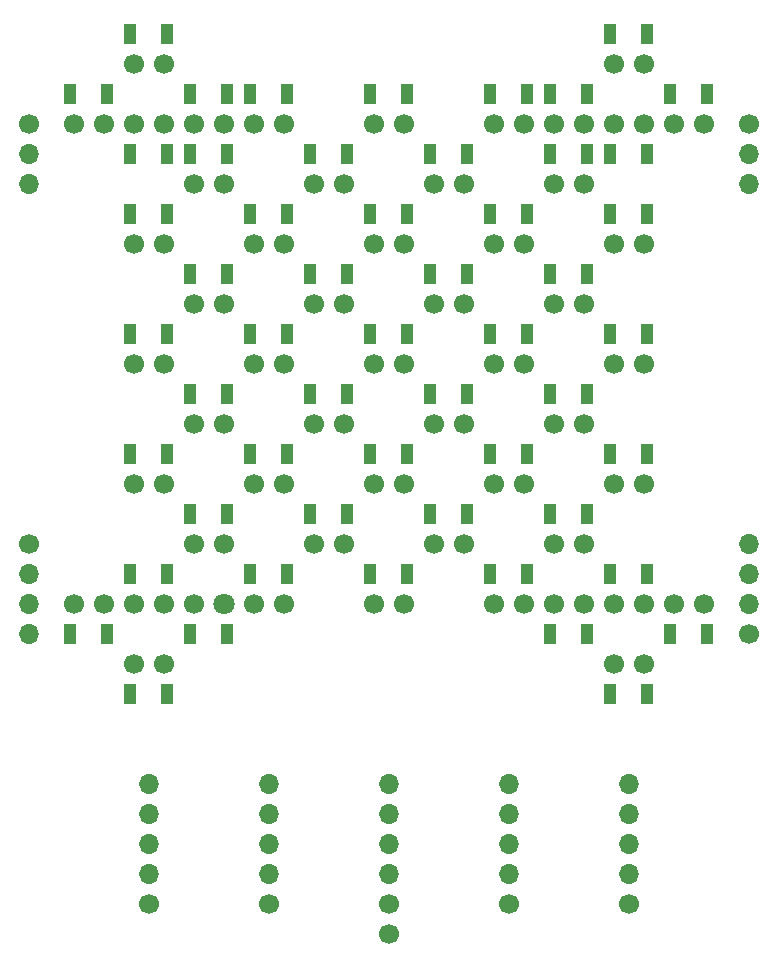
<source format=gts>
%TF.GenerationSoftware,KiCad,Pcbnew,(5.1.8)-1*%
%TF.CreationDate,2021-03-06T21:23:55+09:00*%
%TF.ProjectId,line_sensor,6c696e65-5f73-4656-9e73-6f722e6b6963,rev?*%
%TF.SameCoordinates,PX94c5f00PY876bf80*%
%TF.FileFunction,Soldermask,Top*%
%TF.FilePolarity,Negative*%
%FSLAX46Y46*%
G04 Gerber Fmt 4.6, Leading zero omitted, Abs format (unit mm)*
G04 Created by KiCad (PCBNEW (5.1.8)-1) date 2021-03-06 21:23:55*
%MOMM*%
%LPD*%
G01*
G04 APERTURE LIST*
%ADD10C,1.700000*%
%ADD11O,1.700000X1.700000*%
%ADD12C,1.800000*%
%ADD13R,1.050000X1.800000*%
G04 APERTURE END LIST*
D10*
%TO.C,J8*%
X56320000Y12280000D03*
D11*
X56320000Y14820000D03*
X56320000Y17360000D03*
X56320000Y19900000D03*
X56320000Y22440000D03*
%TD*%
D10*
%TO.C,J7*%
X46160000Y12280000D03*
D11*
X46160000Y14820000D03*
X46160000Y17360000D03*
X46160000Y19900000D03*
X46160000Y22440000D03*
%TD*%
D10*
%TO.C,J1*%
X36000000Y9740000D03*
%TD*%
%TO.C,J6*%
X36000000Y12280000D03*
D11*
X36000000Y14820000D03*
X36000000Y17360000D03*
X36000000Y19900000D03*
X36000000Y22440000D03*
%TD*%
%TO.C,J5*%
X25840000Y22440000D03*
X25840000Y19900000D03*
X25840000Y17360000D03*
X25840000Y14820000D03*
D10*
X25840000Y12280000D03*
%TD*%
%TO.C,J2*%
X15680000Y12280000D03*
D11*
X15680000Y14820000D03*
X15680000Y17360000D03*
X15680000Y19900000D03*
X15680000Y22440000D03*
%TD*%
D10*
%TO.C,J3*%
X66480000Y35140000D03*
D11*
X66480000Y37680000D03*
X66480000Y40220000D03*
X66480000Y42760000D03*
%TD*%
%TO.C,J4*%
X5520000Y35140000D03*
X5520000Y37680000D03*
X5520000Y40220000D03*
D10*
X5520000Y42760000D03*
%TD*%
D11*
%TO.C,J9*%
X5520000Y73240000D03*
X5520000Y75780000D03*
D10*
X5520000Y78320000D03*
%TD*%
%TO.C,Q1*%
X14410000Y78320000D03*
X16950000Y78320000D03*
%TD*%
%TO.C,Q2*%
X14410000Y68160000D03*
X16950000Y68160000D03*
%TD*%
%TO.C,Q3*%
X14410000Y58000000D03*
X16950000Y58000000D03*
%TD*%
%TO.C,Q4*%
X14410000Y47840000D03*
X16950000Y47840000D03*
%TD*%
%TO.C,Q5*%
X14410000Y37680000D03*
X16950000Y37680000D03*
%TD*%
%TO.C,Q6*%
X24570000Y78320000D03*
X27110000Y78320000D03*
%TD*%
%TO.C,Q7*%
X24570000Y68160000D03*
X27110000Y68160000D03*
%TD*%
%TO.C,Q8*%
X24570000Y58000000D03*
X27110000Y58000000D03*
%TD*%
%TO.C,Q9*%
X24570000Y47840000D03*
X27110000Y47840000D03*
%TD*%
%TO.C,Q10*%
X24570000Y37680000D03*
X27110000Y37680000D03*
%TD*%
%TO.C,Q11*%
X34730000Y78320000D03*
X37270000Y78320000D03*
%TD*%
%TO.C,Q12*%
X34730000Y68160000D03*
X37270000Y68160000D03*
%TD*%
%TO.C,Q13*%
X34730000Y58000000D03*
X37270000Y58000000D03*
%TD*%
%TO.C,Q14*%
X34730000Y47840000D03*
X37270000Y47840000D03*
%TD*%
%TO.C,Q15*%
X34730000Y37680000D03*
X37270000Y37680000D03*
%TD*%
%TO.C,Q16*%
X44890000Y78320000D03*
X47430000Y78320000D03*
%TD*%
%TO.C,Q17*%
X44890000Y68160000D03*
X47430000Y68160000D03*
%TD*%
%TO.C,Q18*%
X44890000Y58000000D03*
X47430000Y58000000D03*
%TD*%
%TO.C,Q19*%
X44890000Y47840000D03*
X47430000Y47840000D03*
%TD*%
%TO.C,Q20*%
X44890000Y37680000D03*
X47430000Y37680000D03*
%TD*%
%TO.C,Q21*%
X55050000Y78320000D03*
X57590000Y78320000D03*
%TD*%
%TO.C,Q22*%
X55050000Y68160000D03*
X57590000Y68160000D03*
%TD*%
%TO.C,Q23*%
X55050000Y58000000D03*
X57590000Y58000000D03*
%TD*%
%TO.C,Q24*%
X55050000Y47840000D03*
X57590000Y47840000D03*
%TD*%
%TO.C,Q25*%
X55050000Y37680000D03*
X57590000Y37680000D03*
%TD*%
%TO.C,J10*%
X66480000Y78320000D03*
D11*
X66480000Y75780000D03*
X66480000Y73240000D03*
%TD*%
D10*
%TO.C,D1*%
X19490000Y73240000D03*
X22030000Y73240000D03*
%TD*%
%TO.C,D2*%
X22030000Y63080000D03*
X19490000Y63080000D03*
%TD*%
%TO.C,D3*%
X22030000Y52920000D03*
X19490000Y52920000D03*
%TD*%
%TO.C,D4*%
X19490000Y42760000D03*
X22030000Y42760000D03*
%TD*%
%TO.C,D5*%
X29650000Y73240000D03*
X32190000Y73240000D03*
%TD*%
%TO.C,D6*%
X32190000Y63080000D03*
X29650000Y63080000D03*
%TD*%
%TO.C,D7*%
X29650000Y52920000D03*
X32190000Y52920000D03*
%TD*%
%TO.C,D8*%
X32190000Y42760000D03*
X29650000Y42760000D03*
%TD*%
%TO.C,D9*%
X39810000Y73240000D03*
X42350000Y73240000D03*
%TD*%
%TO.C,D10*%
X39810000Y63080000D03*
X42350000Y63080000D03*
%TD*%
%TO.C,D11*%
X42350000Y52920000D03*
X39810000Y52920000D03*
%TD*%
%TO.C,D12*%
X39810000Y42760000D03*
X42350000Y42760000D03*
%TD*%
%TO.C,D13*%
X52510000Y73240000D03*
X49970000Y73240000D03*
%TD*%
%TO.C,D14*%
X49970000Y63080000D03*
X52510000Y63080000D03*
%TD*%
%TO.C,D15*%
X52510000Y52920000D03*
X49970000Y52920000D03*
%TD*%
%TO.C,D16*%
X49970000Y42760000D03*
X52510000Y42760000D03*
%TD*%
%TO.C,D17*%
X16950000Y83400000D03*
X14410000Y83400000D03*
%TD*%
%TO.C,D18*%
X55050000Y83400000D03*
X57590000Y83400000D03*
%TD*%
%TO.C,D19*%
X55050000Y32600000D03*
X57590000Y32600000D03*
%TD*%
%TO.C,D20*%
X14410000Y32600000D03*
X16950000Y32600000D03*
%TD*%
%TO.C,D21*%
X22030000Y78320000D03*
X19490000Y78320000D03*
%TD*%
%TO.C,D22*%
X52510000Y78320000D03*
X49970000Y78320000D03*
%TD*%
%TO.C,D23*%
X49970000Y37680000D03*
X52510000Y37680000D03*
%TD*%
D12*
%TO.C,D24*%
X22030000Y37680000D03*
D10*
X19490000Y37680000D03*
%TD*%
%TO.C,D25*%
X11870000Y78320000D03*
X9330000Y78320000D03*
%TD*%
%TO.C,D26*%
X60130000Y78320000D03*
X62670000Y78320000D03*
%TD*%
%TO.C,D27*%
X62670000Y37680000D03*
X60130000Y37680000D03*
%TD*%
%TO.C,D28*%
X11870000Y37680000D03*
X9330000Y37680000D03*
%TD*%
D13*
%TO.C,R1*%
X22310000Y75780000D03*
X19210000Y75780000D03*
%TD*%
%TO.C,R2*%
X19210000Y65620000D03*
X22310000Y65620000D03*
%TD*%
%TO.C,R3*%
X22310000Y55460000D03*
X19210000Y55460000D03*
%TD*%
%TO.C,R4*%
X19210000Y45300000D03*
X22310000Y45300000D03*
%TD*%
%TO.C,R5*%
X32470000Y75780000D03*
X29370000Y75780000D03*
%TD*%
%TO.C,R6*%
X29370000Y65620000D03*
X32470000Y65620000D03*
%TD*%
%TO.C,R7*%
X32470000Y55460000D03*
X29370000Y55460000D03*
%TD*%
%TO.C,R8*%
X29370000Y45300000D03*
X32470000Y45300000D03*
%TD*%
%TO.C,R9*%
X42630000Y75780000D03*
X39530000Y75780000D03*
%TD*%
%TO.C,R10*%
X39530000Y65620000D03*
X42630000Y65620000D03*
%TD*%
%TO.C,R11*%
X42630000Y55460000D03*
X39530000Y55460000D03*
%TD*%
%TO.C,R12*%
X39530000Y45300000D03*
X42630000Y45300000D03*
%TD*%
%TO.C,R13*%
X52790000Y75780000D03*
X49690000Y75780000D03*
%TD*%
%TO.C,R14*%
X49690000Y65620000D03*
X52790000Y65620000D03*
%TD*%
%TO.C,R15*%
X49690000Y55460000D03*
X52790000Y55460000D03*
%TD*%
%TO.C,R16*%
X52790000Y45300000D03*
X49690000Y45300000D03*
%TD*%
%TO.C,R17*%
X14130000Y85940000D03*
X17230000Y85940000D03*
%TD*%
%TO.C,R18*%
X57870000Y85940000D03*
X54770000Y85940000D03*
%TD*%
%TO.C,R19*%
X54770000Y30060000D03*
X57870000Y30060000D03*
%TD*%
%TO.C,R20*%
X17230000Y30060000D03*
X14130000Y30060000D03*
%TD*%
%TO.C,R21*%
X19210000Y80860000D03*
X22310000Y80860000D03*
%TD*%
%TO.C,R22*%
X52790000Y80860000D03*
X49690000Y80860000D03*
%TD*%
%TO.C,R23*%
X49690000Y35140000D03*
X52790000Y35140000D03*
%TD*%
%TO.C,R24*%
X22310000Y35140000D03*
X19210000Y35140000D03*
%TD*%
%TO.C,R25*%
X9050000Y80860000D03*
X12150000Y80860000D03*
%TD*%
%TO.C,R26*%
X62950000Y80860000D03*
X59850000Y80860000D03*
%TD*%
%TO.C,R27*%
X59850000Y35140000D03*
X62950000Y35140000D03*
%TD*%
%TO.C,R28*%
X12150000Y35140000D03*
X9050000Y35140000D03*
%TD*%
%TO.C,R29*%
X17230000Y75780000D03*
X14130000Y75780000D03*
%TD*%
%TO.C,R30*%
X14130000Y70700000D03*
X17230000Y70700000D03*
%TD*%
%TO.C,R31*%
X14130000Y60540000D03*
X17230000Y60540000D03*
%TD*%
%TO.C,R32*%
X17230000Y50380000D03*
X14130000Y50380000D03*
%TD*%
%TO.C,R33*%
X14130000Y40220000D03*
X17230000Y40220000D03*
%TD*%
%TO.C,R34*%
X24290000Y80860000D03*
X27390000Y80860000D03*
%TD*%
%TO.C,R35*%
X24290000Y70700000D03*
X27390000Y70700000D03*
%TD*%
%TO.C,R36*%
X27390000Y60540000D03*
X24290000Y60540000D03*
%TD*%
%TO.C,R37*%
X27390000Y50380000D03*
X24290000Y50380000D03*
%TD*%
%TO.C,R38*%
X24290000Y40220000D03*
X27390000Y40220000D03*
%TD*%
%TO.C,R39*%
X37550000Y80860000D03*
X34450000Y80860000D03*
%TD*%
%TO.C,R40*%
X34450000Y70700000D03*
X37550000Y70700000D03*
%TD*%
%TO.C,R41*%
X37550000Y60540000D03*
X34450000Y60540000D03*
%TD*%
%TO.C,R42*%
X34450000Y50380000D03*
X37550000Y50380000D03*
%TD*%
%TO.C,R43*%
X37550000Y40220000D03*
X34450000Y40220000D03*
%TD*%
%TO.C,R44*%
X44610000Y80860000D03*
X47710000Y80860000D03*
%TD*%
%TO.C,R45*%
X47710000Y70700000D03*
X44610000Y70700000D03*
%TD*%
%TO.C,R46*%
X44610000Y60540000D03*
X47710000Y60540000D03*
%TD*%
%TO.C,R47*%
X47710000Y50380000D03*
X44610000Y50380000D03*
%TD*%
%TO.C,R48*%
X44610000Y40220000D03*
X47710000Y40220000D03*
%TD*%
%TO.C,R49*%
X57870000Y75780000D03*
X54770000Y75780000D03*
%TD*%
%TO.C,R50*%
X54770000Y70700000D03*
X57870000Y70700000D03*
%TD*%
%TO.C,R51*%
X57870000Y60540000D03*
X54770000Y60540000D03*
%TD*%
%TO.C,R52*%
X54770000Y50380000D03*
X57870000Y50380000D03*
%TD*%
%TO.C,R53*%
X57870000Y40220000D03*
X54770000Y40220000D03*
%TD*%
M02*

</source>
